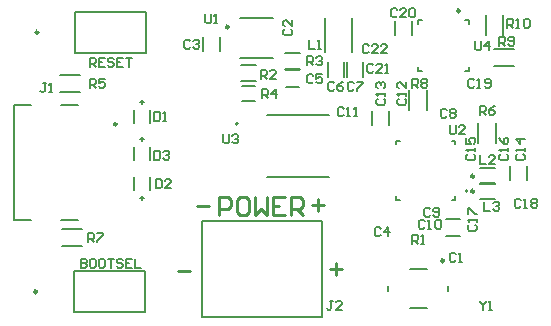
<source format=gto>
%TF.GenerationSoftware,Altium Limited,Altium Designer,23.10.1 (27)*%
G04 Layer_Color=65535*
%FSLAX45Y45*%
%MOMM*%
%TF.SameCoordinates,2CED323B-BA49-4281-A081-A7916B394634*%
%TF.FilePolarity,Positive*%
%TF.FileFunction,Legend,Top*%
%TF.Part,Single*%
G01*
G75*
%TA.AperFunction,NonConductor*%
%ADD62C,0.25000*%
%ADD63C,0.20000*%
%ADD64C,0.12700*%
%ADD65C,0.25400*%
D62*
X3736977Y1079500D02*
G03*
X3736977Y1079500I-12500J0D01*
G01*
X3617300Y2606400D02*
G03*
X3617300Y2606400I-12500J0D01*
G01*
X48400Y2425700D02*
G03*
X48400Y2425700I-12500J0D01*
G01*
X3481400Y491500D02*
G03*
X3481400Y491500I-12500J0D01*
G01*
X712600Y1647300D02*
G03*
X712600Y1647300I-12500J0D01*
G01*
X1659800Y2469900D02*
G03*
X1659800Y2469900I-12500J0D01*
G01*
X3736977Y1206500D02*
G03*
X3736977Y1206500I-12500J0D01*
G01*
X35700Y228600D02*
G03*
X35700Y228600I-12500J0D01*
G01*
D63*
X1736400Y1651000D02*
G03*
X1736400Y1651000I-10000J0D01*
G01*
X3683400Y1082300D02*
G03*
X3683400Y1082300I-10000J0D01*
G01*
D02*
G03*
X3683400Y1082300I-10000J0D01*
G01*
X3784476Y1012000D02*
X3911724D01*
X3784476Y1147000D02*
X3911724D01*
X3694800Y2096400D02*
Y2128900D01*
X3662300Y2096400D02*
X3694800D01*
X3264800D02*
X3297300D01*
X3264800D02*
Y2128900D01*
Y2493900D02*
Y2526400D01*
X3297300D01*
X3694800Y2493900D02*
Y2526400D01*
X3662300D02*
X3694800D01*
X3904176Y2283424D02*
X4071424D01*
X3904176Y2136176D02*
X4071424D01*
X3837976Y2405576D02*
Y2572824D01*
X3985224Y2405576D02*
Y2572824D01*
X3208900Y2404333D02*
Y2524333D01*
X3066900Y2403800D02*
Y2523800D01*
X360400Y2600700D02*
X960400D01*
X360400Y2250700D02*
Y2600700D01*
X960400Y2250700D02*
Y2600700D01*
X360400Y2250700D02*
X960400D01*
X2876400Y1641800D02*
Y1761800D01*
X3018400Y1642333D02*
Y1762333D01*
X3191400Y89000D02*
X3336400D01*
X3008900Y231500D02*
Y276500D01*
X3191400Y419000D02*
X3336400D01*
X3518900Y231500D02*
Y276500D01*
X2477990Y2254990D02*
Y2545610D01*
X2703610Y2254990D02*
Y2545610D01*
X912100Y1020500D02*
X942100D01*
X927100Y1005500D02*
Y1035500D01*
X994600Y1088000D02*
Y1198000D01*
X859600Y1088000D02*
Y1198000D01*
X912100Y1519500D02*
X942100D01*
X927100Y1504500D02*
Y1534500D01*
X859600Y1342000D02*
Y1452000D01*
X994600Y1342000D02*
Y1452000D01*
X239600Y1807300D02*
X387600D01*
X-155400D02*
X-15400D01*
X-155400Y834300D02*
Y1807300D01*
X239600Y834300D02*
X387600D01*
X-155400D02*
X-15400D01*
X1435101Y824077D02*
X2451092D01*
X1435092Y14090D02*
X2451092D01*
X1435092D02*
Y824086D01*
X2451092Y14090D02*
Y824077D01*
X1752300Y2544900D02*
X2032300D01*
X1752300Y2204900D02*
X2032300D01*
X1765176Y2150300D02*
X1892424D01*
X1765176Y2015300D02*
X1892424D01*
X1583300Y2264633D02*
Y2384633D01*
X1441300Y2264100D02*
Y2384100D01*
X2133476Y2251900D02*
X2260724D01*
X2133476Y2116900D02*
X2260724D01*
X1776300Y1842500D02*
X1881300D01*
X1776300Y1967500D02*
X1881300D01*
X2632900Y2044333D02*
Y2171580D01*
X2497900Y2044333D02*
Y2171580D01*
X2142100Y1962000D02*
X2252100D01*
X2142100Y2102000D02*
X2252100D01*
X2798000Y2044576D02*
Y2171824D01*
X2663000Y2044576D02*
Y2171824D01*
X233876Y2067524D02*
X401124D01*
X233876Y1920276D02*
X401124D01*
X3496533Y702700D02*
X3616533D01*
X3496000Y844700D02*
X3616000D01*
X3774476Y1491176D02*
Y1658424D01*
X3921724Y1491176D02*
Y1658424D01*
X246576Y759424D02*
X413824D01*
X246576Y612176D02*
X413824D01*
X912100Y1837000D02*
X942100D01*
X927100Y1822000D02*
Y1852000D01*
X859600Y1659500D02*
Y1769500D01*
X994600Y1659500D02*
Y1769500D01*
X3190276Y1770576D02*
Y1937824D01*
X3337524Y1770576D02*
Y1937824D01*
X3784476Y1274000D02*
X3911724D01*
X3784476Y1139000D02*
X3911724D01*
X347700Y53600D02*
X947700D01*
Y403600D01*
X347700Y53600D02*
Y403600D01*
X947700D01*
X4186800Y1172433D02*
Y1292433D01*
X4044800Y1171900D02*
Y1291900D01*
D64*
X1983900Y1724500D02*
X2511900D01*
X1983900Y1196500D02*
X2511900D01*
X3077400Y1507300D02*
X3106900D01*
X3077400Y1007300D02*
X3106900D01*
X3547900Y1507300D02*
X3577400D01*
X3547900Y1007300D02*
X3577400D01*
X3077400Y1477800D02*
Y1507300D01*
Y1007300D02*
Y1036800D01*
X3577400Y1477800D02*
Y1507300D01*
Y1007300D02*
Y1036800D01*
X3746521Y2349488D02*
Y2286008D01*
X3759217Y2273312D01*
X3784608D01*
X3797304Y2286008D01*
Y2349488D01*
X3860784Y2273312D02*
Y2349488D01*
X3822696Y2311400D01*
X3873479D01*
X4019581Y2463812D02*
Y2539988D01*
X4057669D01*
X4070364Y2527292D01*
Y2501900D01*
X4057669Y2489204D01*
X4019581D01*
X4044973D02*
X4070364Y2463812D01*
X4095756D02*
X4121148D01*
X4108452D01*
Y2539988D01*
X4095756Y2527292D01*
X4159236D02*
X4171932Y2539988D01*
X4197324D01*
X4210019Y2527292D01*
Y2476508D01*
X4197324Y2463812D01*
X4171932D01*
X4159236Y2476508D01*
Y2527292D01*
X3949721Y2311412D02*
Y2387588D01*
X3987808D01*
X4000504Y2374892D01*
Y2349500D01*
X3987808Y2336804D01*
X3949721D01*
X3975112D02*
X4000504Y2311412D01*
X4025896Y2324108D02*
X4038592Y2311412D01*
X4063984D01*
X4076679Y2324108D01*
Y2374892D01*
X4063984Y2387588D01*
X4038592D01*
X4025896Y2374892D01*
Y2362196D01*
X4038592Y2349500D01*
X4076679D01*
X2844817Y2311392D02*
X2832121Y2324088D01*
X2806729D01*
X2794033Y2311392D01*
Y2260608D01*
X2806729Y2247912D01*
X2832121D01*
X2844817Y2260608D01*
X2920992Y2247912D02*
X2870208D01*
X2920992Y2298696D01*
Y2311392D01*
X2908296Y2324088D01*
X2882904D01*
X2870208Y2311392D01*
X2997167Y2247912D02*
X2946384D01*
X2997167Y2298696D01*
Y2311392D01*
X2984472Y2324088D01*
X2959080D01*
X2946384Y2311392D01*
X2882912Y2146292D02*
X2870217Y2158988D01*
X2844825D01*
X2832129Y2146292D01*
Y2095508D01*
X2844825Y2082812D01*
X2870217D01*
X2882912Y2095508D01*
X2959088Y2082812D02*
X2908304D01*
X2959088Y2133596D01*
Y2146292D01*
X2946392Y2158988D01*
X2921000D01*
X2908304Y2146292D01*
X2984479Y2082812D02*
X3009871D01*
X2997175D01*
Y2158988D01*
X2984479Y2146292D01*
X3086117Y2616192D02*
X3073421Y2628888D01*
X3048029D01*
X3035333Y2616192D01*
Y2565408D01*
X3048029Y2552712D01*
X3073421D01*
X3086117Y2565408D01*
X3162292Y2552712D02*
X3111508D01*
X3162292Y2603496D01*
Y2616192D01*
X3149596Y2628888D01*
X3124204D01*
X3111508Y2616192D01*
X3187684D02*
X3200380Y2628888D01*
X3225772D01*
X3238467Y2616192D01*
Y2565408D01*
X3225772Y2552712D01*
X3200380D01*
X3187684Y2565408D01*
Y2616192D01*
X3740164Y2019292D02*
X3727469Y2031988D01*
X3702077D01*
X3689381Y2019292D01*
Y1968508D01*
X3702077Y1955812D01*
X3727469D01*
X3740164Y1968508D01*
X3765556Y1955812D02*
X3790948D01*
X3778252D01*
Y2031988D01*
X3765556Y2019292D01*
X3829036Y1968508D02*
X3841732Y1955812D01*
X3867124D01*
X3879819Y1968508D01*
Y2019292D01*
X3867124Y2031988D01*
X3841732D01*
X3829036Y2019292D01*
Y2006596D01*
X3841732Y1993900D01*
X3879819D01*
X3784617Y152388D02*
Y139692D01*
X3810008Y114300D01*
X3835400Y139692D01*
Y152388D01*
X3810008Y114300D02*
Y76212D01*
X3860792D02*
X3886184D01*
X3873488D01*
Y152388D01*
X3860792Y139692D01*
X1612921Y1562088D02*
Y1498608D01*
X1625617Y1485912D01*
X1651008D01*
X1663704Y1498608D01*
Y1562088D01*
X1689096Y1549392D02*
X1701792Y1562088D01*
X1727184D01*
X1739879Y1549392D01*
Y1536696D01*
X1727184Y1524000D01*
X1714488D01*
X1727184D01*
X1739879Y1511304D01*
Y1498608D01*
X1727184Y1485912D01*
X1701792D01*
X1689096Y1498608D01*
X3530621Y1638288D02*
Y1574808D01*
X3543317Y1562112D01*
X3568708D01*
X3581404Y1574808D01*
Y1638288D01*
X3657579Y1562112D02*
X3606796D01*
X3657579Y1612896D01*
Y1625592D01*
X3644884Y1638288D01*
X3619492D01*
X3606796Y1625592D01*
X1460517Y2578088D02*
Y2514608D01*
X1473212Y2501912D01*
X1498604D01*
X1511300Y2514608D01*
Y2578088D01*
X1536692Y2501912D02*
X1562084D01*
X1549388D01*
Y2578088D01*
X1536692Y2565392D01*
X482658Y2133612D02*
Y2209788D01*
X520745D01*
X533441Y2197092D01*
Y2171700D01*
X520745Y2159004D01*
X482658D01*
X508050D02*
X533441Y2133612D01*
X609617Y2209788D02*
X558833D01*
Y2133612D01*
X609617D01*
X558833Y2171700D02*
X584225D01*
X685792Y2197092D02*
X673096Y2209788D01*
X647704D01*
X635008Y2197092D01*
Y2184396D01*
X647704Y2171700D01*
X673096D01*
X685792Y2159004D01*
Y2146308D01*
X673096Y2133612D01*
X647704D01*
X635008Y2146308D01*
X761967Y2209788D02*
X711184D01*
Y2133612D01*
X761967D01*
X711184Y2171700D02*
X736576D01*
X787359Y2209788D02*
X838143D01*
X812751D01*
Y2133612D01*
X3213121Y1955812D02*
Y2031988D01*
X3251208D01*
X3263904Y2019292D01*
Y1993900D01*
X3251208Y1981204D01*
X3213121D01*
X3238512D02*
X3263904Y1955812D01*
X3289296Y2019292D02*
X3301992Y2031988D01*
X3327384D01*
X3340079Y2019292D01*
Y2006596D01*
X3327384Y1993900D01*
X3340079Y1981204D01*
Y1968508D01*
X3327384Y1955812D01*
X3301992D01*
X3289296Y1968508D01*
Y1981204D01*
X3301992Y1993900D01*
X3289296Y2006596D01*
Y2019292D01*
X3301992Y1993900D02*
X3327384D01*
X469921Y647712D02*
Y723888D01*
X508008D01*
X520704Y711192D01*
Y685800D01*
X508008Y673104D01*
X469921D01*
X495312D02*
X520704Y647712D01*
X546096Y723888D02*
X596879D01*
Y711192D01*
X546096Y660408D01*
Y647712D01*
X3784621Y1727212D02*
Y1803388D01*
X3822708D01*
X3835404Y1790692D01*
Y1765300D01*
X3822708Y1752604D01*
X3784621D01*
X3810012D02*
X3835404Y1727212D01*
X3911579Y1803388D02*
X3886188Y1790692D01*
X3860796Y1765300D01*
Y1739908D01*
X3873492Y1727212D01*
X3898884D01*
X3911579Y1739908D01*
Y1752604D01*
X3898884Y1765300D01*
X3860796D01*
X482621Y1955812D02*
Y2031988D01*
X520708D01*
X533404Y2019292D01*
Y1993900D01*
X520708Y1981204D01*
X482621D01*
X508012D02*
X533404Y1955812D01*
X609579Y2031988D02*
X558796D01*
Y1993900D01*
X584188Y2006596D01*
X596884D01*
X609579Y1993900D01*
Y1968508D01*
X596884Y1955812D01*
X571492D01*
X558796Y1968508D01*
X1943121Y1866912D02*
Y1943088D01*
X1981208D01*
X1993904Y1930392D01*
Y1905000D01*
X1981208Y1892304D01*
X1943121D01*
X1968512D02*
X1993904Y1866912D01*
X2057384D02*
Y1943088D01*
X2019296Y1905000D01*
X2070079D01*
X2324121Y2146312D02*
Y2222488D01*
X2362208D01*
X2374904Y2209792D01*
Y2184400D01*
X2362208Y2171704D01*
X2324121D01*
X2349512D02*
X2374904Y2146312D01*
X2400296Y2209792D02*
X2412992Y2222488D01*
X2438384D01*
X2451079Y2209792D01*
Y2197096D01*
X2438384Y2184400D01*
X2425688D01*
X2438384D01*
X2451079Y2171704D01*
Y2159008D01*
X2438384Y2146312D01*
X2412992D01*
X2400296Y2159008D01*
X1929347Y2030939D02*
Y2107114D01*
X1967435D01*
X1980131Y2094418D01*
Y2069027D01*
X1967435Y2056331D01*
X1929347D01*
X1954739D02*
X1980131Y2030939D01*
X2056306D02*
X2005523D01*
X2056306Y2081723D01*
Y2094418D01*
X2043610Y2107114D01*
X2018218D01*
X2005523Y2094418D01*
X3213117Y635012D02*
Y711188D01*
X3251204D01*
X3263900Y698492D01*
Y673100D01*
X3251204Y660404D01*
X3213117D01*
X3238508D02*
X3263900Y635012D01*
X3289292D02*
X3314684D01*
X3301988D01*
Y711188D01*
X3289292Y698492D01*
X3822721Y990588D02*
Y914412D01*
X3873504D01*
X3898896Y977892D02*
X3911592Y990588D01*
X3936984D01*
X3949679Y977892D01*
Y965196D01*
X3936984Y952500D01*
X3924288D01*
X3936984D01*
X3949679Y939804D01*
Y927108D01*
X3936984Y914412D01*
X3911592D01*
X3898896Y927108D01*
X3784621Y1384288D02*
Y1308112D01*
X3835404D01*
X3911579D02*
X3860796D01*
X3911579Y1358896D01*
Y1371592D01*
X3898884Y1384288D01*
X3873492D01*
X3860796Y1371592D01*
X2336817Y2362188D02*
Y2286012D01*
X2387600D01*
X2412992D02*
X2438384D01*
X2425688D01*
Y2362188D01*
X2412992Y2349492D01*
X2540004Y152388D02*
X2514612D01*
X2527308D01*
Y88908D01*
X2514612Y76212D01*
X2501917D01*
X2489221Y88908D01*
X2616179Y76212D02*
X2565396D01*
X2616179Y126996D01*
Y139692D01*
X2603484Y152388D01*
X2578092D01*
X2565396Y139692D01*
X114300Y1993888D02*
X88908D01*
X101604D01*
Y1930408D01*
X88908Y1917712D01*
X76212D01*
X63517Y1930408D01*
X139692Y1917712D02*
X165084D01*
X152388D01*
Y1993888D01*
X139692Y1981192D01*
X1028721Y1422388D02*
Y1346212D01*
X1066808D01*
X1079504Y1358908D01*
Y1409692D01*
X1066808Y1422388D01*
X1028721D01*
X1104896Y1409692D02*
X1117592Y1422388D01*
X1142984D01*
X1155679Y1409692D01*
Y1396996D01*
X1142984Y1384300D01*
X1130288D01*
X1142984D01*
X1155679Y1371604D01*
Y1358908D01*
X1142984Y1346212D01*
X1117592D01*
X1104896Y1358908D01*
X1041421Y1181088D02*
Y1104912D01*
X1079508D01*
X1092204Y1117608D01*
Y1168392D01*
X1079508Y1181088D01*
X1041421D01*
X1168379Y1104912D02*
X1117596D01*
X1168379Y1155696D01*
Y1168392D01*
X1155684Y1181088D01*
X1130292D01*
X1117596Y1168392D01*
X1028717Y1752588D02*
Y1676412D01*
X1066804D01*
X1079500Y1689108D01*
Y1739892D01*
X1066804Y1752588D01*
X1028717D01*
X1104892Y1676412D02*
X1130284D01*
X1117588D01*
Y1752588D01*
X1104892Y1739892D01*
X4133864Y1003292D02*
X4121169Y1015988D01*
X4095777D01*
X4083081Y1003292D01*
Y952508D01*
X4095777Y939812D01*
X4121169D01*
X4133864Y952508D01*
X4159256Y939812D02*
X4184648D01*
X4171952D01*
Y1015988D01*
X4159256Y1003292D01*
X4222736D02*
X4235432Y1015988D01*
X4260824D01*
X4273519Y1003292D01*
Y990596D01*
X4260824Y977900D01*
X4273519Y965204D01*
Y952508D01*
X4260824Y939812D01*
X4235432D01*
X4222736Y952508D01*
Y965204D01*
X4235432Y977900D01*
X4222736Y990596D01*
Y1003292D01*
X4235432Y977900D02*
X4260824D01*
X3695708Y793764D02*
X3683012Y781069D01*
Y755677D01*
X3695708Y742981D01*
X3746492D01*
X3759188Y755677D01*
Y781069D01*
X3746492Y793764D01*
X3759188Y819156D02*
Y844548D01*
Y831852D01*
X3683012D01*
X3695708Y819156D01*
X3683012Y882636D02*
Y933419D01*
X3695708D01*
X3746492Y882636D01*
X3759188D01*
X3962408Y1390664D02*
X3949712Y1377969D01*
Y1352577D01*
X3962408Y1339881D01*
X4013192D01*
X4025888Y1352577D01*
Y1377969D01*
X4013192Y1390664D01*
X4025888Y1416056D02*
Y1441448D01*
Y1428752D01*
X3949712D01*
X3962408Y1416056D01*
X3949712Y1530319D02*
X3962408Y1504928D01*
X3987800Y1479536D01*
X4013192D01*
X4025888Y1492232D01*
Y1517624D01*
X4013192Y1530319D01*
X4000496D01*
X3987800Y1517624D01*
Y1479536D01*
X3683008Y1390664D02*
X3670312Y1377969D01*
Y1352577D01*
X3683008Y1339881D01*
X3733792D01*
X3746488Y1352577D01*
Y1377969D01*
X3733792Y1390664D01*
X3746488Y1416056D02*
Y1441448D01*
Y1428752D01*
X3670312D01*
X3683008Y1416056D01*
X3670312Y1530319D02*
Y1479536D01*
X3708400D01*
X3695704Y1504928D01*
Y1517624D01*
X3708400Y1530319D01*
X3733792D01*
X3746488Y1517624D01*
Y1492232D01*
X3733792Y1479536D01*
X4102108Y1390664D02*
X4089412Y1377969D01*
Y1352577D01*
X4102108Y1339881D01*
X4152892D01*
X4165588Y1352577D01*
Y1377969D01*
X4152892Y1390664D01*
X4165588Y1416056D02*
Y1441448D01*
Y1428752D01*
X4089412D01*
X4102108Y1416056D01*
X4165588Y1517624D02*
X4089412D01*
X4127500Y1479536D01*
Y1530319D01*
X2921008Y1860564D02*
X2908312Y1847869D01*
Y1822477D01*
X2921008Y1809781D01*
X2971792D01*
X2984488Y1822477D01*
Y1847869D01*
X2971792Y1860564D01*
X2984488Y1885956D02*
Y1911348D01*
Y1898652D01*
X2908312D01*
X2921008Y1885956D01*
Y1949436D02*
X2908312Y1962132D01*
Y1987524D01*
X2921008Y2000219D01*
X2933704D01*
X2946400Y1987524D01*
Y1974828D01*
Y1987524D01*
X2959096Y2000219D01*
X2971792D01*
X2984488Y1987524D01*
Y1962132D01*
X2971792Y1949436D01*
X3098808Y1860564D02*
X3086112Y1847869D01*
Y1822477D01*
X3098808Y1809781D01*
X3149592D01*
X3162288Y1822477D01*
Y1847869D01*
X3149592Y1860564D01*
X3162288Y1885956D02*
Y1911348D01*
Y1898652D01*
X3086112D01*
X3098808Y1885956D01*
X3162288Y2000219D02*
Y1949436D01*
X3111504Y2000219D01*
X3098808D01*
X3086112Y1987524D01*
Y1962132D01*
X3098808Y1949436D01*
X2635260Y1777992D02*
X2622564Y1790688D01*
X2597173D01*
X2584477Y1777992D01*
Y1727208D01*
X2597173Y1714512D01*
X2622564D01*
X2635260Y1727208D01*
X2660652Y1714512D02*
X2686044D01*
X2673348D01*
Y1790688D01*
X2660652Y1777992D01*
X2724131Y1714512D02*
X2749523D01*
X2736827D01*
Y1790688D01*
X2724131Y1777992D01*
X3321064Y825492D02*
X3308369Y838188D01*
X3282977D01*
X3270281Y825492D01*
Y774708D01*
X3282977Y762012D01*
X3308369D01*
X3321064Y774708D01*
X3346456Y762012D02*
X3371848D01*
X3359152D01*
Y838188D01*
X3346456Y825492D01*
X3409936D02*
X3422632Y838188D01*
X3448024D01*
X3460719Y825492D01*
Y774708D01*
X3448024Y762012D01*
X3422632D01*
X3409936Y774708D01*
Y825492D01*
X3365504Y927092D02*
X3352808Y939788D01*
X3327417D01*
X3314721Y927092D01*
Y876308D01*
X3327417Y863612D01*
X3352808D01*
X3365504Y876308D01*
X3390896D02*
X3403592Y863612D01*
X3428984D01*
X3441679Y876308D01*
Y927092D01*
X3428984Y939788D01*
X3403592D01*
X3390896Y927092D01*
Y914396D01*
X3403592Y901700D01*
X3441679D01*
X3505204Y1765292D02*
X3492508Y1777988D01*
X3467117D01*
X3454421Y1765292D01*
Y1714508D01*
X3467117Y1701812D01*
X3492508D01*
X3505204Y1714508D01*
X3530596Y1765292D02*
X3543292Y1777988D01*
X3568684D01*
X3581379Y1765292D01*
Y1752596D01*
X3568684Y1739900D01*
X3581379Y1727204D01*
Y1714508D01*
X3568684Y1701812D01*
X3543292D01*
X3530596Y1714508D01*
Y1727204D01*
X3543292Y1739900D01*
X3530596Y1752596D01*
Y1765292D01*
X3543292Y1739900D02*
X3568684D01*
X2717804Y1993892D02*
X2705108Y2006588D01*
X2679717D01*
X2667021Y1993892D01*
Y1943108D01*
X2679717Y1930412D01*
X2705108D01*
X2717804Y1943108D01*
X2743196Y2006588D02*
X2793979D01*
Y1993892D01*
X2743196Y1943108D01*
Y1930412D01*
X2552704Y1993892D02*
X2540008Y2006588D01*
X2514617D01*
X2501921Y1993892D01*
Y1943108D01*
X2514617Y1930412D01*
X2540008D01*
X2552704Y1943108D01*
X2628879Y2006588D02*
X2603488Y1993892D01*
X2578096Y1968500D01*
Y1943108D01*
X2590792Y1930412D01*
X2616184D01*
X2628879Y1943108D01*
Y1955804D01*
X2616184Y1968500D01*
X2578096D01*
X2374904Y2057392D02*
X2362208Y2070088D01*
X2336817D01*
X2324121Y2057392D01*
Y2006608D01*
X2336817Y1993912D01*
X2362208D01*
X2374904Y2006608D01*
X2451079Y2070088D02*
X2400296D01*
Y2032000D01*
X2425688Y2044696D01*
X2438384D01*
X2451079Y2032000D01*
Y2006608D01*
X2438384Y1993912D01*
X2412992D01*
X2400296Y2006608D01*
X2946404Y761992D02*
X2933708Y774688D01*
X2908317D01*
X2895621Y761992D01*
Y711208D01*
X2908317Y698512D01*
X2933708D01*
X2946404Y711208D01*
X3009884Y698512D02*
Y774688D01*
X2971796Y736600D01*
X3022579D01*
X1333504Y2349492D02*
X1320808Y2362188D01*
X1295417D01*
X1282721Y2349492D01*
Y2298708D01*
X1295417Y2286012D01*
X1320808D01*
X1333504Y2298708D01*
X1358896Y2349492D02*
X1371592Y2362188D01*
X1396984D01*
X1409679Y2349492D01*
Y2336796D01*
X1396984Y2324100D01*
X1384288D01*
X1396984D01*
X1409679Y2311404D01*
Y2298708D01*
X1396984Y2286012D01*
X1371592D01*
X1358896Y2298708D01*
X2133608Y2451104D02*
X2120912Y2438409D01*
Y2413017D01*
X2133608Y2400321D01*
X2184391D01*
X2197087Y2413017D01*
Y2438409D01*
X2184391Y2451104D01*
X2197087Y2527280D02*
Y2476496D01*
X2146304Y2527280D01*
X2133608D01*
X2120912Y2514584D01*
Y2489192D01*
X2133608Y2476496D01*
X3581400Y546092D02*
X3568704Y558788D01*
X3543312D01*
X3530617Y546092D01*
Y495308D01*
X3543312Y482612D01*
X3568704D01*
X3581400Y495308D01*
X3606792Y482612D02*
X3632184D01*
X3619488D01*
Y558788D01*
X3606792Y546092D01*
X406482Y507988D02*
Y431812D01*
X444570D01*
X457266Y444508D01*
Y457204D01*
X444570Y469900D01*
X406482D01*
X444570D01*
X457266Y482596D01*
Y495292D01*
X444570Y507988D01*
X406482D01*
X520745D02*
X495354D01*
X482658Y495292D01*
Y444508D01*
X495354Y431812D01*
X520745D01*
X533441Y444508D01*
Y495292D01*
X520745Y507988D01*
X596921D02*
X571529D01*
X558833Y495292D01*
Y444508D01*
X571529Y431812D01*
X596921D01*
X609617Y444508D01*
Y495292D01*
X596921Y507988D01*
X635008D02*
X685792D01*
X660400D01*
Y431812D01*
X761967Y495292D02*
X749272Y507988D01*
X723880D01*
X711184Y495292D01*
Y482596D01*
X723880Y469900D01*
X749272D01*
X761967Y457204D01*
Y444508D01*
X749272Y431812D01*
X723880D01*
X711184Y444508D01*
X838143Y507988D02*
X787359D01*
Y431812D01*
X838143D01*
X787359Y469900D02*
X812751D01*
X863534Y507988D02*
Y431812D01*
X914318D01*
D65*
X1391526Y952001D02*
X1493093D01*
X2361837Y958548D02*
X2463405D01*
X2412621Y1009331D02*
Y907764D01*
X1574800Y876300D02*
Y1028651D01*
X1650975D01*
X1676367Y1003259D01*
Y952475D01*
X1650975Y927083D01*
X1574800D01*
X1803326Y1028651D02*
X1752543D01*
X1727151Y1003259D01*
Y901692D01*
X1752543Y876300D01*
X1803326D01*
X1828718Y901692D01*
Y1003259D01*
X1803326Y1028651D01*
X1879501D02*
Y876300D01*
X1930285Y927083D01*
X1981069Y876300D01*
Y1028651D01*
X2133419D02*
X2031852D01*
Y876300D01*
X2133419D01*
X2031852Y952475D02*
X2082636D01*
X2184203Y876300D02*
Y1028651D01*
X2260378D01*
X2285770Y1003259D01*
Y952475D01*
X2260378Y927083D01*
X2184203D01*
X2234986D02*
X2285770Y876300D01*
X1231900Y406400D02*
X1333467D01*
X2514600Y419083D02*
X2616167D01*
X2565383Y469867D02*
Y368300D01*
%TF.MD5,3fce55f465911a6e37f656b71686073d*%
M02*

</source>
